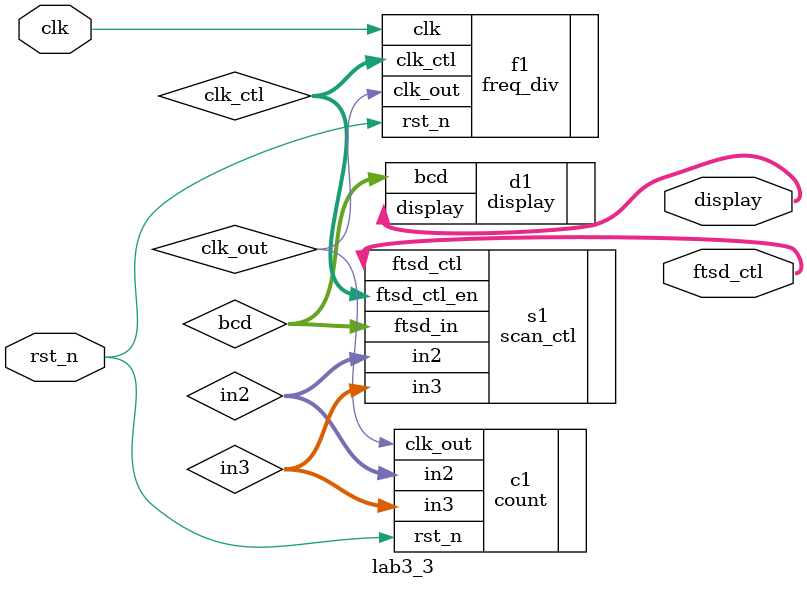
<source format=v>
`timescale 1ns / 1ps
module lab3_3(
	clk,
	rst_n,
	display,
	ftsd_ctl
    );
input clk,rst_n;
output [14:0] display;
output [3:0] ftsd_ctl;


wire clk_out;
wire [1:0] clk_ctl;
wire [3:0] in2,in3;
wire [3:0] bcd;


 freq_div f1(
	.clk_out(clk_out), // divided clock output
	.clk_ctl(clk_ctl), // divided clock output for scan freq
	.clk(clk), // global clock input
	.rst_n(rst_n) // active low reset
	); 

count c1(
	.clk_out(clk_out),  //input
	.rst_n(rst_n),   //input
	.in2(in2),    //output
	.in3(in3)    //output
    );
	 
 scan_ctl s1(
	.ftsd_ctl(ftsd_ctl), // ftsd display control signal 
	.ftsd_in(bcd), // output to ftsd display

	.in2(in2), // 3rd input
	.in3(in3), // 4th input
	.ftsd_ctl_en(clk_ctl) // divided clock for scan control
	);
	
display d1(
	.display(display), // 14-segment display output
	.bcd(bcd) // BCD input
	);
	
	
endmodule

</source>
